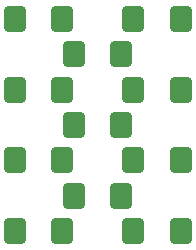
<source format=gbr>
%TF.GenerationSoftware,KiCad,Pcbnew,7.0.1*%
%TF.CreationDate,2024-10-11T19:42:49-04:00*%
%TF.ProjectId,PESTFlex,50455354-466c-4657-982e-6b696361645f,rev?*%
%TF.SameCoordinates,Original*%
%TF.FileFunction,Paste,Bot*%
%TF.FilePolarity,Positive*%
%FSLAX46Y46*%
G04 Gerber Fmt 4.6, Leading zero omitted, Abs format (unit mm)*
G04 Created by KiCad (PCBNEW 7.0.1) date 2024-10-11 19:42:49*
%MOMM*%
%LPD*%
G01*
G04 APERTURE LIST*
G04 Aperture macros list*
%AMRoundRect*
0 Rectangle with rounded corners*
0 $1 Rounding radius*
0 $2 $3 $4 $5 $6 $7 $8 $9 X,Y pos of 4 corners*
0 Add a 4 corners polygon primitive as box body*
4,1,4,$2,$3,$4,$5,$6,$7,$8,$9,$2,$3,0*
0 Add four circle primitives for the rounded corners*
1,1,$1+$1,$2,$3*
1,1,$1+$1,$4,$5*
1,1,$1+$1,$6,$7*
1,1,$1+$1,$8,$9*
0 Add four rect primitives between the rounded corners*
20,1,$1+$1,$2,$3,$4,$5,0*
20,1,$1+$1,$4,$5,$6,$7,0*
20,1,$1+$1,$6,$7,$8,$9,0*
20,1,$1+$1,$8,$9,$2,$3,0*%
G04 Aperture macros list end*
%ADD10RoundRect,0.247222X0.642778X0.832778X-0.642778X0.832778X-0.642778X-0.832778X0.642778X-0.832778X0*%
G04 APERTURE END LIST*
D10*
%TO.C,D3*%
X37000000Y-29000000D03*
X33000000Y-29000000D03*
%TD*%
%TO.C,D4*%
X42000000Y-26000000D03*
X38000000Y-26000000D03*
%TD*%
%TO.C,D6*%
X37000000Y-35000000D03*
X33000000Y-35000000D03*
%TD*%
%TO.C,D5*%
X47000000Y-29000000D03*
X43000000Y-29000000D03*
%TD*%
%TO.C,D7*%
X42000000Y-32000000D03*
X38000000Y-32000000D03*
%TD*%
%TO.C,D11*%
X47000000Y-41000000D03*
X43000000Y-41000000D03*
%TD*%
%TO.C,D8*%
X47000000Y-35000000D03*
X43000000Y-35000000D03*
%TD*%
%TO.C,D10*%
X42000000Y-38000000D03*
X38000000Y-38000000D03*
%TD*%
%TO.C,D1*%
X37000000Y-23000000D03*
X33000000Y-23000000D03*
%TD*%
%TO.C,D9*%
X37000000Y-41000000D03*
X33000000Y-41000000D03*
%TD*%
%TO.C,D2*%
X47000000Y-23000000D03*
X43000000Y-23000000D03*
%TD*%
M02*

</source>
